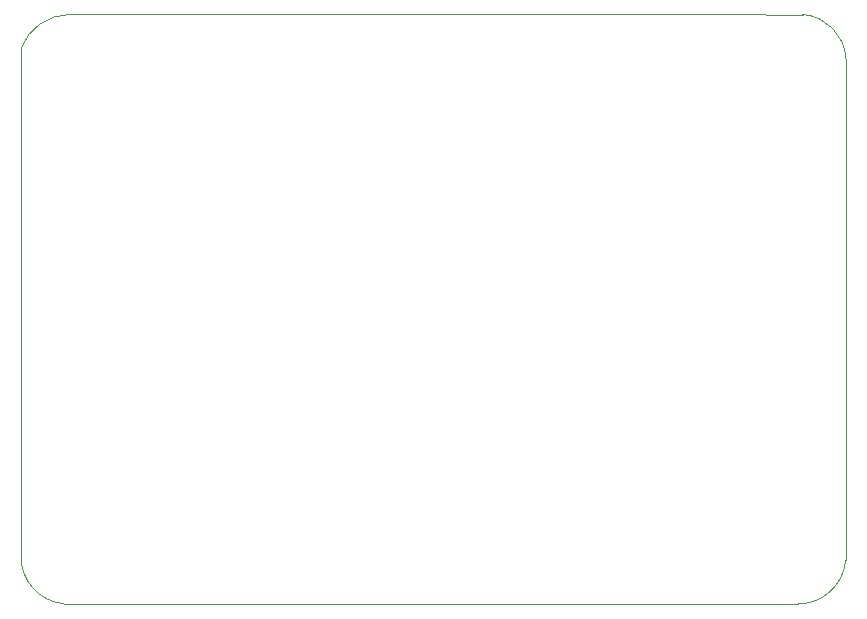
<source format=gbr>
G04 #@! TF.GenerationSoftware,KiCad,Pcbnew,(5.1.4)-1*
G04 #@! TF.CreationDate,2020-04-02T16:16:13+01:00*
G04 #@! TF.ProjectId,hydrophone_stm32_board,68796472-6f70-4686-9f6e-655f73746d33,rev?*
G04 #@! TF.SameCoordinates,Original*
G04 #@! TF.FileFunction,Profile,NP*
%FSLAX46Y46*%
G04 Gerber Fmt 4.6, Leading zero omitted, Abs format (unit mm)*
G04 Created by KiCad (PCBNEW (5.1.4)-1) date 2020-04-02 16:16:13*
%MOMM*%
%LPD*%
G04 APERTURE LIST*
%ADD10C,0.050000*%
G04 APERTURE END LIST*
D10*
X108120754Y-46996657D02*
G75*
G02X111759999Y-50736501I-297754J-3930343D01*
G01*
X111741694Y-93222304D02*
G75*
G02X107696000Y-96901000I-4045694J385304D01*
G01*
X45543586Y-96884138D02*
G75*
G02X41910000Y-92900500I366914J3983638D01*
G01*
X41921422Y-49869688D02*
G75*
G02X46037500Y-46990000I4116078J-1501812D01*
G01*
X107696000Y-96901000D02*
X101854000Y-96901000D01*
X111759999Y-50736501D02*
X111741694Y-93222304D01*
X101854000Y-46990000D02*
X108120754Y-46996657D01*
X101854000Y-96901000D02*
X91821000Y-96901000D01*
X91821000Y-46990000D02*
X101854000Y-46990000D01*
X41910000Y-92900500D02*
X41921422Y-49869688D01*
X91821000Y-96901000D02*
X45543586Y-96884138D01*
X46037500Y-46990000D02*
X91821000Y-46990000D01*
M02*

</source>
